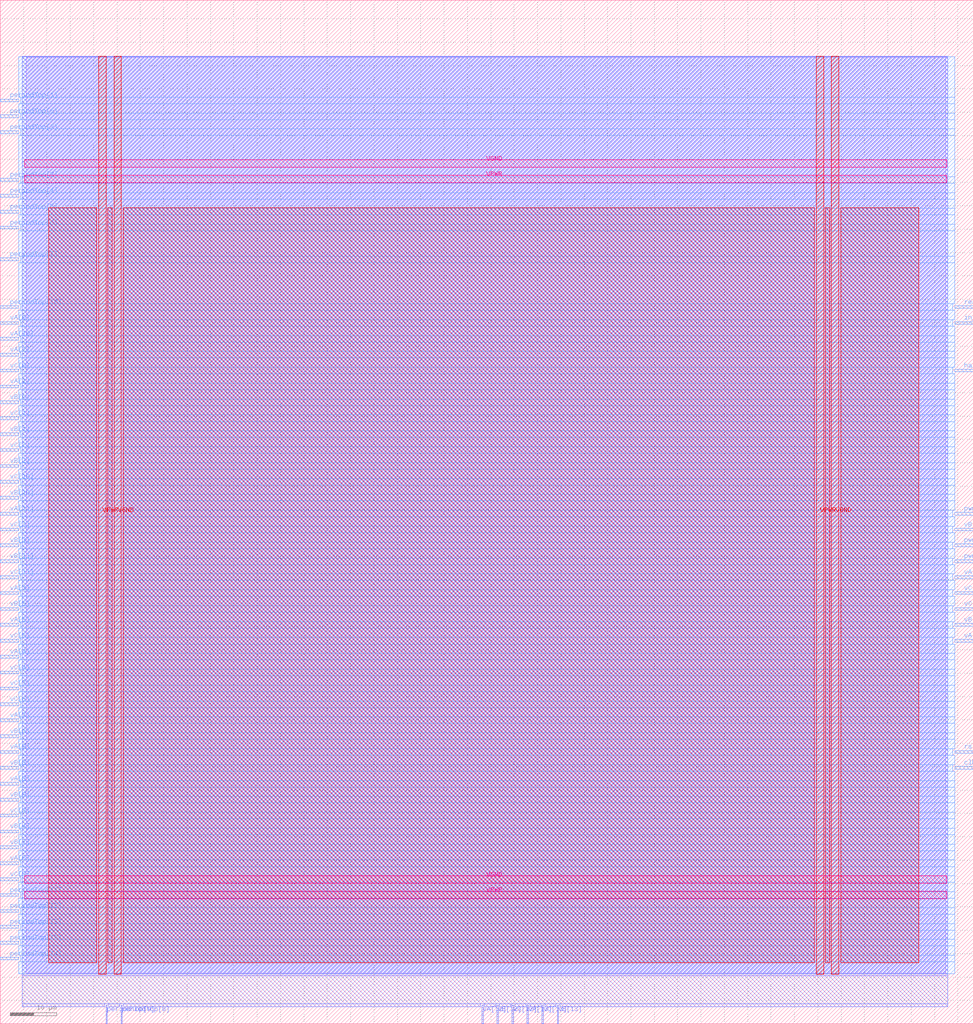
<source format=lef>
VERSION 5.7 ;
  NOWIREEXTENSIONATPIN ON ;
  DIVIDERCHAR "/" ;
  BUSBITCHARS "[]" ;
MACRO svm
  CLASS BLOCK ;
  FOREIGN svm ;
  ORIGIN 0.000 0.000 ;
  SIZE 208.275 BY 218.995 ;
  PIN VGND
    DIRECTION INOUT ;
    USE GROUND ;
    PORT
      LAYER met4 ;
        RECT 24.340 10.640 25.940 206.960 ;
    END
    PORT
      LAYER met4 ;
        RECT 177.940 10.640 179.540 206.960 ;
    END
    PORT
      LAYER met5 ;
        RECT 5.280 30.030 202.640 31.630 ;
    END
    PORT
      LAYER met5 ;
        RECT 5.280 183.210 202.640 184.810 ;
    END
  END VGND
  PIN VPWR
    DIRECTION INOUT ;
    USE POWER ;
    PORT
      LAYER met4 ;
        RECT 21.040 10.640 22.640 206.960 ;
    END
    PORT
      LAYER met4 ;
        RECT 174.640 10.640 176.240 206.960 ;
    END
    PORT
      LAYER met5 ;
        RECT 5.280 26.730 202.640 28.330 ;
    END
    PORT
      LAYER met5 ;
        RECT 5.280 179.910 202.640 181.510 ;
    END
  END VPWR
  PIN clk
    DIRECTION INPUT ;
    USE SIGNAL ;
    ANTENNAGATEAREA 0.852000 ;
    PORT
      LAYER met3 ;
        RECT 204.275 54.440 208.275 55.040 ;
    END
  END clk
  PIN halt
    DIRECTION OUTPUT ;
    USE SIGNAL ;
    ANTENNADIFFAREA 0.445500 ;
    PORT
      LAYER met3 ;
        RECT 204.275 139.440 208.275 140.040 ;
    END
  END halt
  PIN in_valid
    DIRECTION INPUT ;
    USE SIGNAL ;
    ANTENNAGATEAREA 0.196500 ;
    PORT
      LAYER met3 ;
        RECT 204.275 149.640 208.275 150.240 ;
    END
  END in_valid
  PIN periodTop[0]
    DIRECTION INPUT ;
    USE SIGNAL ;
    ANTENNAGATEAREA 0.196500 ;
    PORT
      LAYER met3 ;
        RECT 0.000 193.840 4.000 194.440 ;
    END
  END periodTop[0]
  PIN periodTop[10]
    DIRECTION INPUT ;
    USE SIGNAL ;
    ANTENNAGATEAREA 0.196500 ;
    PORT
      LAYER met3 ;
        RECT 0.000 153.040 4.000 153.640 ;
    END
  END periodTop[10]
  PIN periodTop[11]
    DIRECTION INPUT ;
    USE SIGNAL ;
    ANTENNAGATEAREA 0.196500 ;
    PORT
      LAYER met3 ;
        RECT 0.000 27.240 4.000 27.840 ;
    END
  END periodTop[11]
  PIN periodTop[12]
    DIRECTION INPUT ;
    USE SIGNAL ;
    ANTENNAGATEAREA 0.196500 ;
    PORT
      LAYER met3 ;
        RECT 0.000 23.840 4.000 24.440 ;
    END
  END periodTop[12]
  PIN periodTop[13]
    DIRECTION INPUT ;
    USE SIGNAL ;
    ANTENNAGATEAREA 0.196500 ;
    PORT
      LAYER met3 ;
        RECT 0.000 20.440 4.000 21.040 ;
    END
  END periodTop[13]
  PIN periodTop[14]
    DIRECTION INPUT ;
    USE SIGNAL ;
    ANTENNAGATEAREA 0.742500 ;
    PORT
      LAYER met3 ;
        RECT 0.000 13.640 4.000 14.240 ;
    END
  END periodTop[14]
  PIN periodTop[15]
    DIRECTION INPUT ;
    USE SIGNAL ;
    ANTENNAGATEAREA 0.196500 ;
    PORT
      LAYER met3 ;
        RECT 0.000 17.040 4.000 17.640 ;
    END
  END periodTop[15]
  PIN periodTop[1]
    DIRECTION INPUT ;
    USE SIGNAL ;
    ANTENNAGATEAREA 0.196500 ;
    PORT
      LAYER met3 ;
        RECT 0.000 197.240 4.000 197.840 ;
    END
  END periodTop[1]
  PIN periodTop[2]
    DIRECTION INPUT ;
    USE SIGNAL ;
    ANTENNAGATEAREA 0.196500 ;
    PORT
      LAYER met3 ;
        RECT 0.000 190.440 4.000 191.040 ;
    END
  END periodTop[2]
  PIN periodTop[3]
    DIRECTION INPUT ;
    USE SIGNAL ;
    ANTENNAGATEAREA 0.213000 ;
    PORT
      LAYER met3 ;
        RECT 0.000 180.240 4.000 180.840 ;
    END
  END periodTop[3]
  PIN periodTop[4]
    DIRECTION INPUT ;
    USE SIGNAL ;
    ANTENNAGATEAREA 0.196500 ;
    PORT
      LAYER met3 ;
        RECT 0.000 176.840 4.000 177.440 ;
    END
  END periodTop[4]
  PIN periodTop[5]
    DIRECTION INPUT ;
    USE SIGNAL ;
    ANTENNAGATEAREA 0.213000 ;
    PORT
      LAYER met3 ;
        RECT 0.000 173.440 4.000 174.040 ;
    END
  END periodTop[5]
  PIN periodTop[6]
    DIRECTION INPUT ;
    USE SIGNAL ;
    ANTENNAGATEAREA 0.213000 ;
    PORT
      LAYER met3 ;
        RECT 0.000 170.040 4.000 170.640 ;
    END
  END periodTop[6]
  PIN periodTop[7]
    DIRECTION INPUT ;
    USE SIGNAL ;
    ANTENNAGATEAREA 0.196500 ;
    PORT
      LAYER met3 ;
        RECT 0.000 163.240 4.000 163.840 ;
    END
  END periodTop[7]
  PIN periodTop[8]
    DIRECTION INPUT ;
    USE SIGNAL ;
    ANTENNAGATEAREA 0.196500 ;
    PORT
      LAYER met2 ;
        RECT 25.850 0.000 26.130 4.000 ;
    END
  END periodTop[8]
  PIN periodTop[9]
    DIRECTION INPUT ;
    USE SIGNAL ;
    ANTENNAGATEAREA 0.196500 ;
    PORT
      LAYER met2 ;
        RECT 22.630 0.000 22.910 4.000 ;
    END
  END periodTop[9]
  PIN pwmA
    DIRECTION OUTPUT ;
    USE SIGNAL ;
    ANTENNADIFFAREA 0.445500 ;
    PORT
      LAYER met3 ;
        RECT 204.275 108.840 208.275 109.440 ;
    END
  END pwmA
  PIN pwmB
    DIRECTION OUTPUT ;
    USE SIGNAL ;
    ANTENNADIFFAREA 0.795200 ;
    PORT
      LAYER met3 ;
        RECT 204.275 102.040 208.275 102.640 ;
    END
  END pwmB
  PIN pwmC
    DIRECTION OUTPUT ;
    USE SIGNAL ;
    ANTENNADIFFAREA 0.445500 ;
    PORT
      LAYER met3 ;
        RECT 204.275 98.640 208.275 99.240 ;
    END
  END pwmC
  PIN ready
    DIRECTION OUTPUT ;
    USE SIGNAL ;
    ANTENNADIFFAREA 0.445500 ;
    PORT
      LAYER met3 ;
        RECT 204.275 153.040 208.275 153.640 ;
    END
  END ready
  PIN rstb
    DIRECTION INPUT ;
    USE SIGNAL ;
    ANTENNAGATEAREA 0.196500 ;
    PORT
      LAYER met3 ;
        RECT 204.275 57.840 208.275 58.440 ;
    END
  END rstb
  PIN vA[0]
    DIRECTION INPUT ;
    USE SIGNAL ;
    ANTENNAGATEAREA 0.196500 ;
    PORT
      LAYER met3 ;
        RECT 0.000 149.640 4.000 150.240 ;
    END
  END vA[0]
  PIN vA[10]
    DIRECTION INPUT ;
    USE SIGNAL ;
    ANTENNAGATEAREA 0.196500 ;
    PORT
      LAYER met3 ;
        RECT 0.000 146.240 4.000 146.840 ;
    END
  END vA[10]
  PIN vA[11]
    DIRECTION INPUT ;
    USE SIGNAL ;
    ANTENNAGATEAREA 0.196500 ;
    PORT
      LAYER met3 ;
        RECT 0.000 108.840 4.000 109.440 ;
    END
  END vA[11]
  PIN vA[12]
    DIRECTION INPUT ;
    USE SIGNAL ;
    ANTENNAGATEAREA 0.196500 ;
    PORT
      LAYER met2 ;
        RECT 103.130 0.000 103.410 4.000 ;
    END
  END vA[12]
  PIN vA[13]
    DIRECTION INPUT ;
    USE SIGNAL ;
    ANTENNAGATEAREA 0.196500 ;
    PORT
      LAYER met2 ;
        RECT 112.790 0.000 113.070 4.000 ;
    END
  END vA[13]
  PIN vA[14]
    DIRECTION INPUT ;
    USE SIGNAL ;
    ANTENNAGATEAREA 0.196500 ;
    PORT
      LAYER met3 ;
        RECT 204.275 81.640 208.275 82.240 ;
    END
  END vA[14]
  PIN vA[15]
    DIRECTION INPUT ;
    USE SIGNAL ;
    ANTENNAGATEAREA 0.196500 ;
    PORT
      LAYER met3 ;
        RECT 204.275 95.240 208.275 95.840 ;
    END
  END vA[15]
  PIN vA[1]
    DIRECTION INPUT ;
    USE SIGNAL ;
    ANTENNAGATEAREA 0.196500 ;
    PORT
      LAYER met3 ;
        RECT 0.000 136.040 4.000 136.640 ;
    END
  END vA[1]
  PIN vA[2]
    DIRECTION INPUT ;
    USE SIGNAL ;
    ANTENNAGATEAREA 0.196500 ;
    PORT
      LAYER met3 ;
        RECT 0.000 142.840 4.000 143.440 ;
    END
  END vA[2]
  PIN vA[3]
    DIRECTION INPUT ;
    USE SIGNAL ;
    ANTENNAGATEAREA 0.196500 ;
    PORT
      LAYER met3 ;
        RECT 0.000 91.840 4.000 92.440 ;
    END
  END vA[3]
  PIN vA[4]
    DIRECTION INPUT ;
    USE SIGNAL ;
    ANTENNAGATEAREA 0.196500 ;
    PORT
      LAYER met3 ;
        RECT 0.000 78.240 4.000 78.840 ;
    END
  END vA[4]
  PIN vA[5]
    DIRECTION INPUT ;
    USE SIGNAL ;
    ANTENNAGATEAREA 0.196500 ;
    PORT
      LAYER met3 ;
        RECT 0.000 85.040 4.000 85.640 ;
    END
  END vA[5]
  PIN vA[6]
    DIRECTION INPUT ;
    USE SIGNAL ;
    ANTENNAGATEAREA 0.196500 ;
    PORT
      LAYER met3 ;
        RECT 0.000 34.040 4.000 34.640 ;
    END
  END vA[6]
  PIN vA[7]
    DIRECTION INPUT ;
    USE SIGNAL ;
    ANTENNAGATEAREA 0.196500 ;
    PORT
      LAYER met3 ;
        RECT 0.000 64.640 4.000 65.240 ;
    END
  END vA[7]
  PIN vA[8]
    DIRECTION INPUT ;
    USE SIGNAL ;
    ANTENNAGATEAREA 0.196500 ;
    PORT
      LAYER met3 ;
        RECT 0.000 51.040 4.000 51.640 ;
    END
  END vA[8]
  PIN vA[9]
    DIRECTION INPUT ;
    USE SIGNAL ;
    ANTENNAGATEAREA 0.196500 ;
    PORT
      LAYER met3 ;
        RECT 0.000 57.840 4.000 58.440 ;
    END
  END vA[9]
  PIN vB[0]
    DIRECTION INPUT ;
    USE SIGNAL ;
    ANTENNAGATEAREA 0.196500 ;
    PORT
      LAYER met3 ;
        RECT 0.000 132.640 4.000 133.240 ;
    END
  END vB[0]
  PIN vB[10]
    DIRECTION INPUT ;
    USE SIGNAL ;
    ANTENNAGATEAREA 0.196500 ;
    PORT
      LAYER met3 ;
        RECT 0.000 112.240 4.000 112.840 ;
    END
  END vB[10]
  PIN vB[11]
    DIRECTION INPUT ;
    USE SIGNAL ;
    ANTENNAGATEAREA 0.196500 ;
    PORT
      LAYER met3 ;
        RECT 0.000 98.640 4.000 99.240 ;
    END
  END vB[11]
  PIN vB[12]
    DIRECTION INPUT ;
    USE SIGNAL ;
    ANTENNAGATEAREA 0.196500 ;
    PORT
      LAYER met2 ;
        RECT 106.350 0.000 106.630 4.000 ;
    END
  END vB[12]
  PIN vB[13]
    DIRECTION INPUT ;
    USE SIGNAL ;
    ANTENNAGATEAREA 0.196500 ;
    PORT
      LAYER met2 ;
        RECT 119.230 0.000 119.510 4.000 ;
    END
  END vB[13]
  PIN vB[14]
    DIRECTION INPUT ;
    USE SIGNAL ;
    ANTENNAGATEAREA 0.196500 ;
    PORT
      LAYER met3 ;
        RECT 204.275 105.440 208.275 106.040 ;
    END
  END vB[14]
  PIN vB[15]
    DIRECTION INPUT ;
    USE SIGNAL ;
    ANTENNAGATEAREA 0.196500 ;
    PORT
      LAYER met3 ;
        RECT 204.275 85.040 208.275 85.640 ;
    END
  END vB[15]
  PIN vB[1]
    DIRECTION INPUT ;
    USE SIGNAL ;
    ANTENNAGATEAREA 0.196500 ;
    PORT
      LAYER met3 ;
        RECT 0.000 125.840 4.000 126.440 ;
    END
  END vB[1]
  PIN vB[2]
    DIRECTION INPUT ;
    USE SIGNAL ;
    ANTENNAGATEAREA 0.196500 ;
    PORT
      LAYER met3 ;
        RECT 0.000 119.040 4.000 119.640 ;
    END
  END vB[2]
  PIN vB[3]
    DIRECTION INPUT ;
    USE SIGNAL ;
    ANTENNAGATEAREA 0.196500 ;
    PORT
      LAYER met3 ;
        RECT 0.000 102.040 4.000 102.640 ;
    END
  END vB[3]
  PIN vB[4]
    DIRECTION INPUT ;
    USE SIGNAL ;
    ANTENNAGATEAREA 0.196500 ;
    PORT
      LAYER met3 ;
        RECT 0.000 40.840 4.000 41.440 ;
    END
  END vB[4]
  PIN vB[5]
    DIRECTION INPUT ;
    USE SIGNAL ;
    ANTENNAGATEAREA 0.196500 ;
    PORT
      LAYER met3 ;
        RECT 0.000 88.440 4.000 89.040 ;
    END
  END vB[5]
  PIN vB[6]
    DIRECTION INPUT ;
    USE SIGNAL ;
    ANTENNAGATEAREA 0.196500 ;
    PORT
      LAYER met3 ;
        RECT 0.000 61.240 4.000 61.840 ;
    END
  END vB[6]
  PIN vB[7]
    DIRECTION INPUT ;
    USE SIGNAL ;
    ANTENNAGATEAREA 0.196500 ;
    PORT
      LAYER met3 ;
        RECT 0.000 37.440 4.000 38.040 ;
    END
  END vB[7]
  PIN vB[8]
    DIRECTION INPUT ;
    USE SIGNAL ;
    ANTENNAGATEAREA 0.196500 ;
    PORT
      LAYER met3 ;
        RECT 0.000 54.440 4.000 55.040 ;
    END
  END vB[8]
  PIN vB[9]
    DIRECTION INPUT ;
    USE SIGNAL ;
    ANTENNAGATEAREA 0.196500 ;
    PORT
      LAYER met3 ;
        RECT 0.000 47.640 4.000 48.240 ;
    END
  END vB[9]
  PIN vC[0]
    DIRECTION INPUT ;
    USE SIGNAL ;
    ANTENNAGATEAREA 0.213000 ;
    PORT
      LAYER met3 ;
        RECT 0.000 139.440 4.000 140.040 ;
    END
  END vC[0]
  PIN vC[10]
    DIRECTION INPUT ;
    USE SIGNAL ;
    ANTENNAGATEAREA 0.196500 ;
    PORT
      LAYER met3 ;
        RECT 0.000 115.640 4.000 116.240 ;
    END
  END vC[10]
  PIN vC[11]
    DIRECTION INPUT ;
    USE SIGNAL ;
    ANTENNAGATEAREA 0.196500 ;
    PORT
      LAYER met3 ;
        RECT 0.000 95.240 4.000 95.840 ;
    END
  END vC[11]
  PIN vC[12]
    DIRECTION INPUT ;
    USE SIGNAL ;
    ANTENNAGATEAREA 0.196500 ;
    PORT
      LAYER met2 ;
        RECT 109.570 0.000 109.850 4.000 ;
    END
  END vC[12]
  PIN vC[13]
    DIRECTION INPUT ;
    USE SIGNAL ;
    ANTENNAGATEAREA 0.196500 ;
    PORT
      LAYER met2 ;
        RECT 116.010 0.000 116.290 4.000 ;
    END
  END vC[13]
  PIN vC[14]
    DIRECTION INPUT ;
    USE SIGNAL ;
    ANTENNAGATEAREA 0.196500 ;
    PORT
      LAYER met3 ;
        RECT 204.275 91.840 208.275 92.440 ;
    END
  END vC[14]
  PIN vC[15]
    DIRECTION INPUT ;
    USE SIGNAL ;
    ANTENNAGATEAREA 0.196500 ;
    PORT
      LAYER met3 ;
        RECT 204.275 88.440 208.275 89.040 ;
    END
  END vC[15]
  PIN vC[1]
    DIRECTION INPUT ;
    USE SIGNAL ;
    ANTENNAGATEAREA 0.213000 ;
    PORT
      LAYER met3 ;
        RECT 0.000 129.240 4.000 129.840 ;
    END
  END vC[1]
  PIN vC[2]
    DIRECTION INPUT ;
    USE SIGNAL ;
    ANTENNAGATEAREA 0.196500 ;
    PORT
      LAYER met3 ;
        RECT 0.000 122.440 4.000 123.040 ;
    END
  END vC[2]
  PIN vC[3]
    DIRECTION INPUT ;
    USE SIGNAL ;
    ANTENNAGATEAREA 0.196500 ;
    PORT
      LAYER met3 ;
        RECT 0.000 105.440 4.000 106.040 ;
    END
  END vC[3]
  PIN vC[4]
    DIRECTION INPUT ;
    USE SIGNAL ;
    ANTENNAGATEAREA 0.196500 ;
    PORT
      LAYER met3 ;
        RECT 0.000 74.840 4.000 75.440 ;
    END
  END vC[4]
  PIN vC[5]
    DIRECTION INPUT ;
    USE SIGNAL ;
    ANTENNAGATEAREA 0.196500 ;
    PORT
      LAYER met3 ;
        RECT 0.000 81.640 4.000 82.240 ;
    END
  END vC[5]
  PIN vC[6]
    DIRECTION INPUT ;
    USE SIGNAL ;
    ANTENNAGATEAREA 0.196500 ;
    PORT
      LAYER met3 ;
        RECT 0.000 68.040 4.000 68.640 ;
    END
  END vC[6]
  PIN vC[7]
    DIRECTION INPUT ;
    USE SIGNAL ;
    ANTENNAGATEAREA 0.196500 ;
    PORT
      LAYER met3 ;
        RECT 0.000 71.440 4.000 72.040 ;
    END
  END vC[7]
  PIN vC[8]
    DIRECTION INPUT ;
    USE SIGNAL ;
    ANTENNAGATEAREA 0.196500 ;
    PORT
      LAYER met3 ;
        RECT 0.000 44.240 4.000 44.840 ;
    END
  END vC[8]
  PIN vC[9]
    DIRECTION INPUT ;
    USE SIGNAL ;
    ANTENNAGATEAREA 0.213000 ;
    PORT
      LAYER met3 ;
        RECT 0.000 30.640 4.000 31.240 ;
    END
  END vC[9]
  OBS
      LAYER li1 ;
        RECT 5.520 10.795 202.400 206.805 ;
      LAYER met1 ;
        RECT 4.670 10.240 202.790 206.960 ;
      LAYER met2 ;
        RECT 4.690 4.280 202.770 206.905 ;
        RECT 4.690 3.670 22.350 4.280 ;
        RECT 23.190 3.670 25.570 4.280 ;
        RECT 26.410 3.670 102.850 4.280 ;
        RECT 103.690 3.670 106.070 4.280 ;
        RECT 106.910 3.670 109.290 4.280 ;
        RECT 110.130 3.670 112.510 4.280 ;
        RECT 113.350 3.670 115.730 4.280 ;
        RECT 116.570 3.670 118.950 4.280 ;
        RECT 119.790 3.670 202.770 4.280 ;
      LAYER met3 ;
        RECT 3.990 198.240 204.275 206.885 ;
        RECT 4.400 196.840 204.275 198.240 ;
        RECT 3.990 194.840 204.275 196.840 ;
        RECT 4.400 193.440 204.275 194.840 ;
        RECT 3.990 191.440 204.275 193.440 ;
        RECT 4.400 190.040 204.275 191.440 ;
        RECT 3.990 181.240 204.275 190.040 ;
        RECT 4.400 179.840 204.275 181.240 ;
        RECT 3.990 177.840 204.275 179.840 ;
        RECT 4.400 176.440 204.275 177.840 ;
        RECT 3.990 174.440 204.275 176.440 ;
        RECT 4.400 173.040 204.275 174.440 ;
        RECT 3.990 171.040 204.275 173.040 ;
        RECT 4.400 169.640 204.275 171.040 ;
        RECT 3.990 164.240 204.275 169.640 ;
        RECT 4.400 162.840 204.275 164.240 ;
        RECT 3.990 154.040 204.275 162.840 ;
        RECT 4.400 152.640 203.875 154.040 ;
        RECT 3.990 150.640 204.275 152.640 ;
        RECT 4.400 149.240 203.875 150.640 ;
        RECT 3.990 147.240 204.275 149.240 ;
        RECT 4.400 145.840 204.275 147.240 ;
        RECT 3.990 143.840 204.275 145.840 ;
        RECT 4.400 142.440 204.275 143.840 ;
        RECT 3.990 140.440 204.275 142.440 ;
        RECT 4.400 139.040 203.875 140.440 ;
        RECT 3.990 137.040 204.275 139.040 ;
        RECT 4.400 135.640 204.275 137.040 ;
        RECT 3.990 133.640 204.275 135.640 ;
        RECT 4.400 132.240 204.275 133.640 ;
        RECT 3.990 130.240 204.275 132.240 ;
        RECT 4.400 128.840 204.275 130.240 ;
        RECT 3.990 126.840 204.275 128.840 ;
        RECT 4.400 125.440 204.275 126.840 ;
        RECT 3.990 123.440 204.275 125.440 ;
        RECT 4.400 122.040 204.275 123.440 ;
        RECT 3.990 120.040 204.275 122.040 ;
        RECT 4.400 118.640 204.275 120.040 ;
        RECT 3.990 116.640 204.275 118.640 ;
        RECT 4.400 115.240 204.275 116.640 ;
        RECT 3.990 113.240 204.275 115.240 ;
        RECT 4.400 111.840 204.275 113.240 ;
        RECT 3.990 109.840 204.275 111.840 ;
        RECT 4.400 108.440 203.875 109.840 ;
        RECT 3.990 106.440 204.275 108.440 ;
        RECT 4.400 105.040 203.875 106.440 ;
        RECT 3.990 103.040 204.275 105.040 ;
        RECT 4.400 101.640 203.875 103.040 ;
        RECT 3.990 99.640 204.275 101.640 ;
        RECT 4.400 98.240 203.875 99.640 ;
        RECT 3.990 96.240 204.275 98.240 ;
        RECT 4.400 94.840 203.875 96.240 ;
        RECT 3.990 92.840 204.275 94.840 ;
        RECT 4.400 91.440 203.875 92.840 ;
        RECT 3.990 89.440 204.275 91.440 ;
        RECT 4.400 88.040 203.875 89.440 ;
        RECT 3.990 86.040 204.275 88.040 ;
        RECT 4.400 84.640 203.875 86.040 ;
        RECT 3.990 82.640 204.275 84.640 ;
        RECT 4.400 81.240 203.875 82.640 ;
        RECT 3.990 79.240 204.275 81.240 ;
        RECT 4.400 77.840 204.275 79.240 ;
        RECT 3.990 75.840 204.275 77.840 ;
        RECT 4.400 74.440 204.275 75.840 ;
        RECT 3.990 72.440 204.275 74.440 ;
        RECT 4.400 71.040 204.275 72.440 ;
        RECT 3.990 69.040 204.275 71.040 ;
        RECT 4.400 67.640 204.275 69.040 ;
        RECT 3.990 65.640 204.275 67.640 ;
        RECT 4.400 64.240 204.275 65.640 ;
        RECT 3.990 62.240 204.275 64.240 ;
        RECT 4.400 60.840 204.275 62.240 ;
        RECT 3.990 58.840 204.275 60.840 ;
        RECT 4.400 57.440 203.875 58.840 ;
        RECT 3.990 55.440 204.275 57.440 ;
        RECT 4.400 54.040 203.875 55.440 ;
        RECT 3.990 52.040 204.275 54.040 ;
        RECT 4.400 50.640 204.275 52.040 ;
        RECT 3.990 48.640 204.275 50.640 ;
        RECT 4.400 47.240 204.275 48.640 ;
        RECT 3.990 45.240 204.275 47.240 ;
        RECT 4.400 43.840 204.275 45.240 ;
        RECT 3.990 41.840 204.275 43.840 ;
        RECT 4.400 40.440 204.275 41.840 ;
        RECT 3.990 38.440 204.275 40.440 ;
        RECT 4.400 37.040 204.275 38.440 ;
        RECT 3.990 35.040 204.275 37.040 ;
        RECT 4.400 33.640 204.275 35.040 ;
        RECT 3.990 31.640 204.275 33.640 ;
        RECT 4.400 30.240 204.275 31.640 ;
        RECT 3.990 28.240 204.275 30.240 ;
        RECT 4.400 26.840 204.275 28.240 ;
        RECT 3.990 24.840 204.275 26.840 ;
        RECT 4.400 23.440 204.275 24.840 ;
        RECT 3.990 21.440 204.275 23.440 ;
        RECT 4.400 20.040 204.275 21.440 ;
        RECT 3.990 18.040 204.275 20.040 ;
        RECT 4.400 16.640 204.275 18.040 ;
        RECT 3.990 14.640 204.275 16.640 ;
        RECT 4.400 13.240 204.275 14.640 ;
        RECT 3.990 10.715 204.275 13.240 ;
      LAYER met4 ;
        RECT 10.415 13.095 20.640 174.585 ;
        RECT 23.040 13.095 23.940 174.585 ;
        RECT 26.340 13.095 174.240 174.585 ;
        RECT 176.640 13.095 177.540 174.585 ;
        RECT 179.940 13.095 196.585 174.585 ;
  END
END svm
END LIBRARY


</source>
